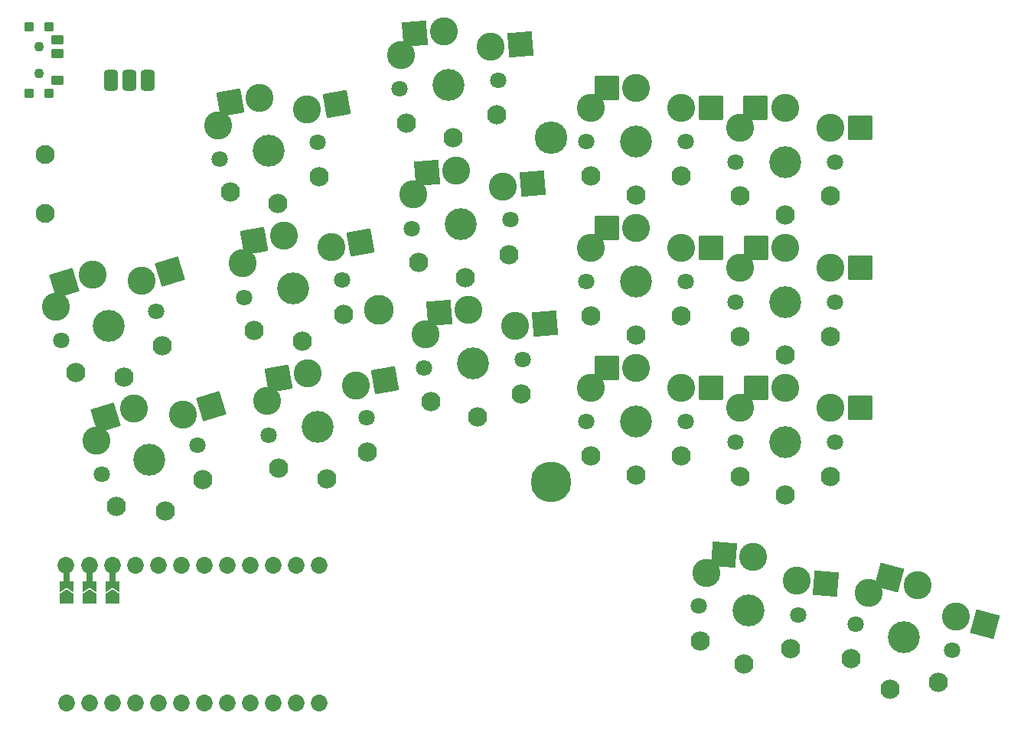
<source format=gbr>
%TF.GenerationSoftware,KiCad,Pcbnew,(6.0.4-0)*%
%TF.CreationDate,2022-06-15T11:13:41+02:00*%
%TF.ProjectId,konafa_min,6b6f6e61-6661-45f6-9d69-6e2e6b696361,v1.0.0*%
%TF.SameCoordinates,Original*%
%TF.FileFunction,Soldermask,Bot*%
%TF.FilePolarity,Negative*%
%FSLAX46Y46*%
G04 Gerber Fmt 4.6, Leading zero omitted, Abs format (unit mm)*
G04 Created by KiCad (PCBNEW (6.0.4-0)) date 2022-06-15 11:13:41*
%MOMM*%
%LPD*%
G01*
G04 APERTURE LIST*
G04 Aperture macros list*
%AMRoundRect*
0 Rectangle with rounded corners*
0 $1 Rounding radius*
0 $2 $3 $4 $5 $6 $7 $8 $9 X,Y pos of 4 corners*
0 Add a 4 corners polygon primitive as box body*
4,1,4,$2,$3,$4,$5,$6,$7,$8,$9,$2,$3,0*
0 Add four circle primitives for the rounded corners*
1,1,$1+$1,$2,$3*
1,1,$1+$1,$4,$5*
1,1,$1+$1,$6,$7*
1,1,$1+$1,$8,$9*
0 Add four rect primitives between the rounded corners*
20,1,$1+$1,$2,$3,$4,$5,0*
20,1,$1+$1,$4,$5,$6,$7,0*
20,1,$1+$1,$6,$7,$8,$9,0*
20,1,$1+$1,$8,$9,$2,$3,0*%
%AMFreePoly0*
4,1,16,0.535355,0.785355,0.550000,0.750000,0.550000,-0.750000,0.535355,-0.785355,0.500000,-0.800000,-0.650000,-0.800000,-0.685355,-0.785355,-0.700000,-0.750000,-0.691603,-0.722265,-0.210093,0.000000,-0.691603,0.722265,-0.699029,0.759806,-0.677735,0.791603,-0.650000,0.800000,0.500000,0.800000,0.535355,0.785355,0.535355,0.785355,$1*%
%AMFreePoly1*
4,1,16,0.535355,0.785355,0.541603,0.777735,1.041603,0.027735,1.049029,-0.009806,1.041603,-0.027735,0.541603,-0.777735,0.509806,-0.799029,0.500000,-0.800000,-0.500000,-0.800000,-0.535355,-0.785355,-0.550000,-0.750000,-0.550000,0.750000,-0.535355,0.785355,-0.500000,0.800000,0.500000,0.800000,0.535355,0.785355,0.535355,0.785355,$1*%
G04 Aperture macros list end*
%ADD10C,3.600000*%
%ADD11C,4.500000*%
%ADD12C,3.300000*%
%ADD13C,1.801800*%
%ADD14C,3.100000*%
%ADD15C,3.529000*%
%ADD16C,2.132000*%
%ADD17RoundRect,0.050000X-1.592168X-0.919239X0.919239X-1.592168X1.592168X0.919239X-0.919239X1.592168X0*%
%ADD18RoundRect,0.050000X0.450000X-0.450000X0.450000X0.450000X-0.450000X0.450000X-0.450000X-0.450000X0*%
%ADD19C,1.100000*%
%ADD20RoundRect,0.050000X0.625000X-0.450000X0.625000X0.450000X-0.625000X0.450000X-0.625000X-0.450000X0*%
%ADD21RoundRect,0.050000X-1.054507X-1.505993X1.505993X-1.054507X1.054507X1.505993X-1.505993X1.054507X0*%
%ADD22RoundRect,0.050000X-1.408356X-1.181751X1.181751X-1.408356X1.408356X1.181751X-1.181751X1.408356X0*%
%ADD23RoundRect,0.050000X-0.863113X-1.623279X1.623279X-0.863113X0.863113X1.623279X-1.623279X0.863113X0*%
%ADD24RoundRect,0.050000X-1.181751X-1.408356X1.408356X-1.181751X1.181751X1.408356X-1.408356X1.181751X0*%
%ADD25RoundRect,0.050000X-1.300000X-1.300000X1.300000X-1.300000X1.300000X1.300000X-1.300000X1.300000X0*%
%ADD26RoundRect,0.425000X-0.375000X-0.750000X0.375000X-0.750000X0.375000X0.750000X-0.375000X0.750000X0*%
%ADD27C,2.100000*%
%ADD28C,1.852600*%
%ADD29FreePoly0,90.000000*%
%ADD30RoundRect,0.050000X-0.250000X-0.762000X0.250000X-0.762000X0.250000X0.762000X-0.250000X0.762000X0*%
%ADD31FreePoly1,90.000000*%
G04 APERTURE END LIST*
D10*
%TO.C,*%
X251714000Y-72644000D03*
D11*
X251714000Y-110744000D03*
D12*
X232664000Y-91694000D03*
%TD*%
D13*
%TO.C,S15*%
X285392330Y-126545665D03*
D14*
X292244895Y-122221911D03*
X286845864Y-123052854D03*
X296505122Y-125641044D03*
D13*
X296017514Y-129392675D03*
D15*
X290704922Y-127969170D03*
D16*
X284891780Y-130345593D03*
D17*
X289081487Y-121374279D03*
D16*
X294551039Y-132933783D03*
D17*
X299668529Y-126488677D03*
D16*
X289177890Y-133668132D03*
%TD*%
D18*
%TO.C,T2*%
X193921762Y-60365501D03*
X193921762Y-67765501D03*
X196121762Y-60365501D03*
X196121762Y-67765501D03*
D19*
X195021762Y-65565501D03*
X195021762Y-62565501D03*
D20*
X197096762Y-66315501D03*
X197096762Y-63315501D03*
X197096762Y-61815501D03*
%TD*%
D14*
%TO.C,S3*%
X220245653Y-101795343D03*
D15*
X225820872Y-104620130D03*
D14*
X224787665Y-98760524D03*
D13*
X231237315Y-103665065D03*
X220404429Y-105575195D03*
D14*
X230093730Y-100058861D03*
D16*
X231404774Y-107494159D03*
D21*
X221562419Y-99329222D03*
D16*
X221556696Y-109230640D03*
D21*
X233318976Y-99490163D03*
D16*
X226845396Y-110430496D03*
%TD*%
D14*
%TO.C,S14*%
X274049552Y-119062706D03*
D15*
X273530975Y-124990064D03*
D13*
X279010046Y-125469421D03*
D14*
X268876835Y-120818556D03*
X278838782Y-121690114D03*
D13*
X268051904Y-124510707D03*
D16*
X278180757Y-129211383D03*
D22*
X270787013Y-118777270D03*
D16*
X268218810Y-128339825D03*
X273016756Y-130867613D03*
D22*
X282101320Y-121975549D03*
%TD*%
D15*
%TO.C,S1*%
X207276192Y-108339872D03*
D14*
X210961322Y-103291872D03*
X201398275Y-106215589D03*
D13*
X212535868Y-106731828D03*
X202016516Y-109947916D03*
D14*
X205536580Y-102649859D03*
D23*
X202404681Y-103607376D03*
D16*
X203605681Y-113435689D03*
X213168728Y-110511972D03*
X209001185Y-113982070D03*
D23*
X214093220Y-102334354D03*
%TD*%
D15*
%TO.C,S6*%
X243074061Y-97674062D03*
D13*
X237594990Y-98153419D03*
D14*
X237766254Y-94374112D03*
X242555484Y-91746704D03*
X247728201Y-93502554D03*
D13*
X248553132Y-97194705D03*
D16*
X248386226Y-101023823D03*
X238424279Y-101895381D03*
D24*
X239292946Y-92032139D03*
X250990738Y-93217119D03*
D16*
X243588280Y-103551611D03*
%TD*%
D13*
%TO.C,S13*%
X283101999Y-75330745D03*
D14*
X282601999Y-71580746D03*
X272601999Y-71580746D03*
X277601999Y-69380745D03*
D13*
X272101999Y-75330745D03*
D15*
X277601999Y-75330745D03*
D16*
X272601999Y-79130745D03*
X282601999Y-79130745D03*
D25*
X274326998Y-69380745D03*
D16*
X277601999Y-81230745D03*
D25*
X285876999Y-71580746D03*
%TD*%
D13*
%TO.C,S5*%
X225854222Y-73136025D03*
D14*
X214862560Y-71266303D03*
X224710637Y-69529821D03*
D15*
X220437779Y-74091090D03*
D14*
X219404572Y-68231484D03*
D13*
X215021336Y-75046155D03*
D16*
X226021681Y-76965119D03*
X216173603Y-78701600D03*
D21*
X216179326Y-68800182D03*
X227935883Y-68961123D03*
D16*
X221462303Y-79901456D03*
%TD*%
D13*
%TO.C,S13*%
X283112000Y-90832000D03*
X272112000Y-90832000D03*
D14*
X277612000Y-84882000D03*
D15*
X277612000Y-90832000D03*
D14*
X272612000Y-87082001D03*
X282612000Y-87082001D03*
D25*
X274336999Y-84882000D03*
D16*
X282612000Y-94632000D03*
X272612000Y-94632000D03*
D25*
X285887000Y-87082001D03*
D16*
X277612000Y-96732000D03*
%TD*%
D14*
%TO.C,S11*%
X261112000Y-67132000D03*
D13*
X266612000Y-73082000D03*
D14*
X266112000Y-69332001D03*
D15*
X261112000Y-73082000D03*
D13*
X255612000Y-73082000D03*
D14*
X256112000Y-69332001D03*
D16*
X256112000Y-76882000D03*
D25*
X257836999Y-67132000D03*
D16*
X266112000Y-76882000D03*
X261112000Y-78982000D03*
D25*
X269387000Y-69332001D03*
%TD*%
D13*
%TO.C,S12*%
X283112000Y-106332000D03*
D15*
X277612000Y-106332000D03*
D13*
X272112000Y-106332000D03*
D14*
X277612000Y-100382000D03*
X282612000Y-102582001D03*
X272612000Y-102582001D03*
D16*
X282612000Y-110132000D03*
X272612000Y-110132000D03*
D25*
X274336999Y-100382000D03*
D16*
X277612000Y-112232000D03*
D25*
X285887000Y-102582001D03*
%TD*%
D14*
%TO.C,S8*%
X239853655Y-60864668D03*
D15*
X240372232Y-66792026D03*
D13*
X234893161Y-67271383D03*
X245851303Y-66312669D03*
D14*
X245026372Y-62620518D03*
X235064425Y-63492076D03*
D16*
X245684397Y-70141787D03*
X235722450Y-71013345D03*
D24*
X236591117Y-61150103D03*
X248288909Y-62335083D03*
D16*
X240886451Y-72669575D03*
%TD*%
D26*
%TO.C,PAD1*%
X207035346Y-66324116D03*
X205035346Y-66324116D03*
X203035346Y-66324116D03*
%TD*%
D15*
%TO.C,S9*%
X261112000Y-104082000D03*
D14*
X266112000Y-100332001D03*
X261112000Y-98132000D03*
D13*
X266612000Y-104082000D03*
D14*
X256112000Y-100332001D03*
D13*
X255612000Y-104082000D03*
D25*
X257836999Y-98132000D03*
D16*
X266112000Y-107882000D03*
X256112000Y-107882000D03*
D25*
X269387000Y-100332001D03*
D16*
X261112000Y-109982000D03*
%TD*%
D14*
%TO.C,S10*%
X266112000Y-84832001D03*
D15*
X261112000Y-88582000D03*
D14*
X256112000Y-84832001D03*
D13*
X266612000Y-88582000D03*
D14*
X261112000Y-82632000D03*
D13*
X255612000Y-88582000D03*
D25*
X257836999Y-82632000D03*
D16*
X266112000Y-92382000D03*
X256112000Y-92382000D03*
D25*
X269387000Y-84832001D03*
D16*
X261112000Y-94482000D03*
%TD*%
D14*
%TO.C,S2*%
X196866514Y-91392865D03*
D13*
X197484755Y-95125192D03*
D14*
X206429561Y-88469148D03*
X201004819Y-87827135D03*
D13*
X208004107Y-91909104D03*
D15*
X202744431Y-93517148D03*
D23*
X197872920Y-88784652D03*
D16*
X208636967Y-95689248D03*
X199073920Y-98612965D03*
X204469424Y-99159346D03*
D23*
X209561459Y-87511630D03*
%TD*%
D27*
%TO.C,B1*%
X195707000Y-74549000D03*
X195707000Y-81049000D03*
%TD*%
D13*
%TO.C,S4*%
X228545768Y-88400545D03*
X217712882Y-90310675D03*
D15*
X223129325Y-89355610D03*
D14*
X227402183Y-84794341D03*
X222096118Y-83496004D03*
X217554106Y-86530823D03*
D16*
X228713227Y-92229639D03*
D21*
X218870872Y-84064702D03*
D16*
X218865149Y-93966120D03*
X224153849Y-95165976D03*
D21*
X230627429Y-84225643D03*
%TD*%
D13*
%TO.C,S7*%
X247202218Y-81753687D03*
D14*
X241204570Y-76305686D03*
X236415340Y-78933094D03*
D15*
X241723147Y-82233044D03*
D14*
X246377287Y-78061536D03*
D13*
X236244076Y-82712401D03*
D16*
X247035312Y-85582805D03*
X237073365Y-86454363D03*
D24*
X237942032Y-76591121D03*
X249639824Y-77776101D03*
D16*
X242237366Y-88110593D03*
%TD*%
D28*
%TO.C,MCU1*%
X203200000Y-120015000D03*
X198036254Y-120015000D03*
X200660000Y-120015000D03*
X203200000Y-135255000D03*
X200660000Y-135255000D03*
D29*
X200660000Y-122271477D03*
D30*
X200660000Y-121346477D03*
D29*
X203200000Y-122271477D03*
D30*
X203200000Y-121346477D03*
D29*
X198120000Y-122271477D03*
D30*
X198120000Y-121346477D03*
D28*
X198120000Y-135255000D03*
D31*
X198120000Y-123721477D03*
X200660000Y-123721477D03*
X203200000Y-123721477D03*
D28*
X205740000Y-120015000D03*
X208280000Y-120015000D03*
X210820000Y-120015000D03*
X213360000Y-120015000D03*
X215900000Y-120015000D03*
X218440000Y-120015000D03*
X220980000Y-120015000D03*
X223520000Y-120015000D03*
X226060000Y-120015000D03*
X205740000Y-135255000D03*
X208280000Y-135255000D03*
X210820000Y-135255000D03*
X213360000Y-135255000D03*
X215900000Y-135255000D03*
X218440000Y-135255000D03*
X220980000Y-135255000D03*
X223520000Y-135255000D03*
X226060000Y-135255000D03*
%TD*%
M02*

</source>
